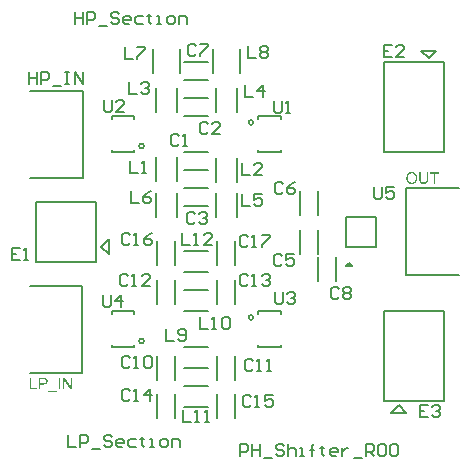
<source format=gto>
G04*
G04 #@! TF.GenerationSoftware,Altium Limited,Altium Designer,24.4.1 (13)*
G04*
G04 Layer_Color=65535*
%FSLAX25Y25*%
%MOIN*%
G70*
G04*
G04 #@! TF.SameCoordinates,8584FE8A-8FE8-497F-BE15-97A27C2B3E29*
G04*
G04*
G04 #@! TF.FilePolarity,Positive*
G04*
G01*
G75*
%ADD10C,0.00500*%
%ADD11C,0.00600*%
G36*
X143354Y97622D02*
Y97616D01*
Y97594D01*
Y97566D01*
Y97527D01*
X143348Y97477D01*
Y97422D01*
X143343Y97355D01*
X143337Y97289D01*
X143321Y97139D01*
X143298Y96983D01*
X143265Y96833D01*
X143243Y96761D01*
X143221Y96695D01*
Y96689D01*
X143215Y96678D01*
X143204Y96662D01*
X143193Y96639D01*
X143159Y96578D01*
X143110Y96500D01*
X143043Y96412D01*
X142965Y96323D01*
X142865Y96228D01*
X142743Y96145D01*
X142738D01*
X142727Y96134D01*
X142710Y96129D01*
X142682Y96112D01*
X142649Y96095D01*
X142604Y96079D01*
X142560Y96062D01*
X142505Y96040D01*
X142444Y96018D01*
X142377Y96001D01*
X142305Y95984D01*
X142222Y95968D01*
X142138Y95957D01*
X142050Y95946D01*
X141850Y95934D01*
X141800D01*
X141761Y95940D01*
X141717D01*
X141661Y95946D01*
X141600Y95951D01*
X141539Y95957D01*
X141400Y95979D01*
X141250Y96012D01*
X141106Y96056D01*
X140967Y96118D01*
X140962D01*
X140951Y96129D01*
X140934Y96140D01*
X140912Y96151D01*
X140851Y96195D01*
X140779Y96256D01*
X140695Y96334D01*
X140618Y96423D01*
X140540Y96534D01*
X140479Y96656D01*
Y96662D01*
X140473Y96673D01*
X140468Y96695D01*
X140457Y96723D01*
X140446Y96756D01*
X140434Y96800D01*
X140418Y96850D01*
X140407Y96911D01*
X140396Y96978D01*
X140379Y97050D01*
X140368Y97128D01*
X140357Y97211D01*
X140346Y97305D01*
X140340Y97405D01*
X140334Y97511D01*
Y97622D01*
Y99842D01*
X140845D01*
Y97622D01*
Y97616D01*
Y97599D01*
Y97572D01*
Y97538D01*
X140851Y97500D01*
Y97449D01*
X140856Y97344D01*
X140867Y97222D01*
X140884Y97100D01*
X140906Y96983D01*
X140917Y96933D01*
X140934Y96883D01*
X140939Y96872D01*
X140951Y96845D01*
X140978Y96806D01*
X141012Y96750D01*
X141051Y96695D01*
X141106Y96634D01*
X141173Y96573D01*
X141250Y96523D01*
X141261Y96517D01*
X141289Y96500D01*
X141339Y96484D01*
X141406Y96462D01*
X141483Y96434D01*
X141583Y96417D01*
X141689Y96401D01*
X141805Y96395D01*
X141861D01*
X141894Y96401D01*
X141944D01*
X141994Y96406D01*
X142116Y96428D01*
X142249Y96456D01*
X142377Y96500D01*
X142499Y96561D01*
X142554Y96600D01*
X142604Y96645D01*
X142610Y96650D01*
X142616Y96656D01*
X142627Y96673D01*
X142643Y96695D01*
X142660Y96728D01*
X142682Y96761D01*
X142704Y96811D01*
X142727Y96861D01*
X142749Y96922D01*
X142765Y96994D01*
X142788Y97078D01*
X142804Y97167D01*
X142821Y97266D01*
X142832Y97372D01*
X142843Y97494D01*
Y97622D01*
Y99842D01*
X143354D01*
Y97622D01*
D02*
G37*
G36*
X146956Y99387D02*
X145690D01*
Y96001D01*
X145180D01*
Y99387D01*
X143914D01*
Y99842D01*
X146956D01*
Y99387D01*
D02*
G37*
G36*
X137926Y99903D02*
X137976D01*
X138026Y99897D01*
X138092Y99886D01*
X138159Y99875D01*
X138303Y99847D01*
X138470Y99803D01*
X138631Y99736D01*
X138714Y99697D01*
X138797Y99653D01*
X138803Y99647D01*
X138814Y99642D01*
X138836Y99625D01*
X138869Y99608D01*
X138903Y99581D01*
X138947Y99547D01*
X139041Y99470D01*
X139141Y99370D01*
X139252Y99248D01*
X139358Y99103D01*
X139447Y98943D01*
Y98937D01*
X139458Y98920D01*
X139469Y98898D01*
X139480Y98865D01*
X139502Y98820D01*
X139519Y98770D01*
X139541Y98709D01*
X139563Y98643D01*
X139580Y98571D01*
X139602Y98493D01*
X139624Y98404D01*
X139641Y98315D01*
X139663Y98121D01*
X139674Y97910D01*
Y97905D01*
Y97882D01*
Y97855D01*
X139669Y97810D01*
Y97760D01*
X139663Y97699D01*
X139652Y97633D01*
X139646Y97561D01*
X139619Y97400D01*
X139574Y97222D01*
X139513Y97044D01*
X139480Y96956D01*
X139435Y96867D01*
Y96861D01*
X139424Y96845D01*
X139413Y96822D01*
X139391Y96789D01*
X139369Y96750D01*
X139341Y96711D01*
X139263Y96606D01*
X139169Y96495D01*
X139058Y96378D01*
X138925Y96267D01*
X138769Y96167D01*
X138764D01*
X138753Y96156D01*
X138725Y96145D01*
X138692Y96129D01*
X138653Y96112D01*
X138609Y96095D01*
X138553Y96073D01*
X138492Y96051D01*
X138425Y96029D01*
X138353Y96007D01*
X138192Y95973D01*
X138020Y95946D01*
X137837Y95934D01*
X137782D01*
X137748Y95940D01*
X137698D01*
X137643Y95951D01*
X137582Y95957D01*
X137510Y95968D01*
X137360Y96001D01*
X137199Y96045D01*
X137032Y96112D01*
X136949Y96151D01*
X136866Y96195D01*
X136860Y96201D01*
X136849Y96206D01*
X136827Y96223D01*
X136794Y96245D01*
X136760Y96267D01*
X136722Y96301D01*
X136627Y96384D01*
X136522Y96484D01*
X136411Y96606D01*
X136311Y96745D01*
X136216Y96906D01*
Y96911D01*
X136205Y96928D01*
X136194Y96950D01*
X136183Y96983D01*
X136167Y97028D01*
X136150Y97078D01*
X136128Y97133D01*
X136111Y97194D01*
X136089Y97266D01*
X136067Y97338D01*
X136033Y97505D01*
X136011Y97677D01*
X136000Y97866D01*
Y97871D01*
Y97877D01*
Y97910D01*
X136005Y97960D01*
Y98027D01*
X136017Y98104D01*
X136028Y98199D01*
X136044Y98304D01*
X136067Y98415D01*
X136089Y98532D01*
X136122Y98654D01*
X136167Y98776D01*
X136216Y98904D01*
X136272Y99026D01*
X136344Y99148D01*
X136422Y99259D01*
X136511Y99364D01*
X136516Y99370D01*
X136533Y99387D01*
X136566Y99414D01*
X136605Y99448D01*
X136655Y99492D01*
X136716Y99536D01*
X136788Y99586D01*
X136871Y99636D01*
X136960Y99686D01*
X137060Y99736D01*
X137171Y99781D01*
X137288Y99825D01*
X137415Y99858D01*
X137548Y99886D01*
X137687Y99903D01*
X137837Y99908D01*
X137887D01*
X137926Y99903D01*
D02*
G37*
G36*
X24586Y27500D02*
X24059D01*
X22050Y30514D01*
Y27500D01*
X21561D01*
Y31341D01*
X22083D01*
X24098Y28321D01*
Y31341D01*
X24586D01*
Y27500D01*
D02*
G37*
G36*
X20668D02*
X20157D01*
Y31341D01*
X20668D01*
Y27500D01*
D02*
G37*
G36*
X15168Y31335D02*
X15262Y31330D01*
X15362Y31324D01*
X15456Y31313D01*
X15539Y31302D01*
X15551D01*
X15589Y31291D01*
X15639Y31280D01*
X15706Y31263D01*
X15778Y31235D01*
X15856Y31202D01*
X15939Y31163D01*
X16011Y31119D01*
X16022Y31113D01*
X16045Y31096D01*
X16078Y31063D01*
X16122Y31024D01*
X16172Y30974D01*
X16222Y30908D01*
X16277Y30836D01*
X16322Y30752D01*
X16328Y30741D01*
X16339Y30713D01*
X16361Y30663D01*
X16383Y30597D01*
X16400Y30519D01*
X16422Y30430D01*
X16433Y30331D01*
X16439Y30225D01*
Y30220D01*
Y30203D01*
Y30181D01*
X16433Y30142D01*
X16427Y30103D01*
X16422Y30053D01*
X16411Y29998D01*
X16400Y29937D01*
X16361Y29809D01*
X16339Y29742D01*
X16305Y29670D01*
X16266Y29598D01*
X16228Y29531D01*
X16178Y29465D01*
X16122Y29398D01*
X16117Y29392D01*
X16105Y29381D01*
X16089Y29365D01*
X16061Y29348D01*
X16028Y29320D01*
X15983Y29293D01*
X15928Y29259D01*
X15867Y29232D01*
X15795Y29198D01*
X15711Y29165D01*
X15623Y29137D01*
X15517Y29115D01*
X15406Y29093D01*
X15284Y29076D01*
X15145Y29065D01*
X15001Y29060D01*
X14019D01*
Y27500D01*
X13508D01*
Y31341D01*
X15084D01*
X15168Y31335D01*
D02*
G37*
G36*
X11011Y27955D02*
X12903D01*
Y27500D01*
X10500D01*
Y31341D01*
X11011D01*
Y27955D01*
D02*
G37*
G36*
X19713Y26434D02*
X16588D01*
Y26773D01*
X19713D01*
Y26434D01*
D02*
G37*
%LPC*%
G36*
X137837Y99470D02*
X137787D01*
X137748Y99464D01*
X137698Y99459D01*
X137648Y99448D01*
X137587Y99436D01*
X137521Y99425D01*
X137376Y99381D01*
X137299Y99348D01*
X137221Y99314D01*
X137138Y99270D01*
X137060Y99220D01*
X136982Y99164D01*
X136910Y99098D01*
X136905Y99092D01*
X136894Y99081D01*
X136877Y99059D01*
X136849Y99026D01*
X136821Y98987D01*
X136788Y98937D01*
X136755Y98876D01*
X136716Y98804D01*
X136683Y98726D01*
X136644Y98632D01*
X136610Y98532D01*
X136583Y98421D01*
X136555Y98299D01*
X136538Y98160D01*
X136527Y98016D01*
X136522Y97860D01*
Y97855D01*
Y97833D01*
Y97794D01*
X136527Y97744D01*
X136533Y97688D01*
X136544Y97622D01*
X136555Y97544D01*
X136566Y97466D01*
X136610Y97289D01*
X136644Y97200D01*
X136677Y97105D01*
X136722Y97017D01*
X136772Y96928D01*
X136827Y96845D01*
X136894Y96767D01*
X136899Y96761D01*
X136910Y96750D01*
X136932Y96728D01*
X136960Y96706D01*
X136999Y96673D01*
X137043Y96639D01*
X137093Y96606D01*
X137149Y96567D01*
X137215Y96528D01*
X137288Y96495D01*
X137365Y96462D01*
X137449Y96428D01*
X137537Y96406D01*
X137626Y96384D01*
X137726Y96373D01*
X137831Y96367D01*
X137859D01*
X137887Y96373D01*
X137926D01*
X137976Y96378D01*
X138031Y96390D01*
X138098Y96401D01*
X138164Y96417D01*
X138242Y96439D01*
X138314Y96467D01*
X138398Y96495D01*
X138475Y96534D01*
X138553Y96584D01*
X138631Y96634D01*
X138708Y96695D01*
X138780Y96767D01*
X138786Y96772D01*
X138797Y96784D01*
X138814Y96811D01*
X138842Y96845D01*
X138869Y96883D01*
X138897Y96933D01*
X138930Y96994D01*
X138969Y97061D01*
X139003Y97139D01*
X139036Y97228D01*
X139064Y97322D01*
X139097Y97422D01*
X139119Y97533D01*
X139136Y97655D01*
X139147Y97783D01*
X139152Y97916D01*
Y97921D01*
Y97938D01*
Y97960D01*
Y97993D01*
X139147Y98032D01*
Y98082D01*
X139141Y98132D01*
X139130Y98193D01*
X139114Y98321D01*
X139086Y98454D01*
X139047Y98598D01*
X138991Y98732D01*
Y98737D01*
X138986Y98748D01*
X138975Y98765D01*
X138964Y98787D01*
X138925Y98854D01*
X138875Y98931D01*
X138808Y99020D01*
X138725Y99109D01*
X138631Y99198D01*
X138525Y99275D01*
X138520D01*
X138514Y99287D01*
X138497Y99292D01*
X138470Y99309D01*
X138442Y99320D01*
X138409Y99336D01*
X138326Y99375D01*
X138225Y99409D01*
X138109Y99442D01*
X137976Y99464D01*
X137837Y99470D01*
D02*
G37*
G36*
X15118Y30885D02*
X14019D01*
Y29515D01*
X15051D01*
X15090Y29520D01*
X15129D01*
X15173Y29526D01*
X15279Y29537D01*
X15395Y29559D01*
X15512Y29592D01*
X15617Y29637D01*
X15667Y29664D01*
X15706Y29698D01*
X15717Y29709D01*
X15739Y29731D01*
X15773Y29776D01*
X15811Y29831D01*
X15850Y29903D01*
X15883Y29992D01*
X15906Y30092D01*
X15917Y30208D01*
Y30214D01*
Y30220D01*
Y30247D01*
X15911Y30297D01*
X15900Y30353D01*
X15889Y30414D01*
X15867Y30486D01*
X15834Y30553D01*
X15795Y30619D01*
X15789Y30625D01*
X15773Y30647D01*
X15745Y30675D01*
X15711Y30713D01*
X15662Y30752D01*
X15606Y30786D01*
X15545Y30819D01*
X15473Y30847D01*
X15467D01*
X15445Y30852D01*
X15412Y30858D01*
X15367Y30869D01*
X15301Y30874D01*
X15217Y30880D01*
X15118Y30885D01*
D02*
G37*
%LPD*%
D10*
X85031Y51437D02*
G03*
X85031Y51437I-787J0D01*
G01*
X48543Y108563D02*
G03*
X48543Y108563I-787J0D01*
G01*
X85031Y116437D02*
G03*
X85031Y116437I-787J0D01*
G01*
X48543Y43563D02*
G03*
X48543Y43563I-787J0D01*
G01*
X116000Y68500D02*
X118000D01*
X117000Y69500D02*
X118000Y68500D01*
X116000D02*
X117000Y69500D01*
X116000Y75000D02*
X126000D01*
X116000Y85000D02*
X126000D01*
X116000Y75000D02*
Y85000D01*
X126000Y75000D02*
Y85000D01*
X34250Y75000D02*
X36750Y72500D01*
Y77500D01*
X34250Y75000D02*
X36750Y77500D01*
X32500Y70000D02*
Y90000D01*
X12500D02*
X32500D01*
X12500Y70000D02*
X32500D01*
X12500D02*
Y90000D01*
X10500Y62000D02*
X28000D01*
X10500Y33000D02*
X28000D01*
Y62000D01*
X73000Y18000D02*
Y26000D01*
X79000Y18000D02*
Y26000D01*
X53000Y18000D02*
Y26000D01*
X59000Y18000D02*
Y26000D01*
X86606Y52618D02*
Y53405D01*
X94087D01*
Y52618D02*
Y53405D01*
Y41594D02*
Y42382D01*
X86606Y41594D02*
X94087D01*
X86606D02*
Y42382D01*
X53000Y69000D02*
Y77000D01*
X59000Y69000D02*
Y77000D01*
X62000Y66500D02*
X70000D01*
X62000Y73500D02*
X70000D01*
X73000Y69000D02*
Y77000D01*
X79000Y69000D02*
Y77000D01*
X45394Y106595D02*
Y107382D01*
X37913Y106595D02*
X45394D01*
X37913D02*
Y107382D01*
Y117618D02*
Y118405D01*
X45394D01*
Y117618D02*
Y118405D01*
X62000Y94500D02*
X70000D01*
X62000Y88500D02*
X70000D01*
X86606Y117618D02*
Y118405D01*
X94087D01*
Y117618D02*
Y118405D01*
Y106595D02*
Y107382D01*
X86606Y106595D02*
X94087D01*
X86606D02*
Y107382D01*
X128500Y106500D02*
X148500D01*
Y136500D01*
X128500Y106500D02*
Y136500D01*
X148500D01*
X141000Y140370D02*
X143500Y137870D01*
X141000Y140370D02*
X146000D01*
X143500Y137870D02*
X146000Y140370D01*
X71500Y133000D02*
Y141000D01*
X80500Y133000D02*
Y141000D01*
X62000Y124500D02*
X70000D01*
X62000Y118500D02*
X70000D01*
X62000Y136500D02*
X70000D01*
X62000Y130500D02*
X70000D01*
X60500Y133000D02*
Y141000D01*
X51500Y133000D02*
Y141000D01*
X10610Y127000D02*
X28110D01*
X10610Y98000D02*
X28110D01*
Y127000D01*
X112500Y63500D02*
Y71500D01*
X106500Y63500D02*
Y71500D01*
X100500Y72500D02*
Y80500D01*
X106500Y72500D02*
Y80500D01*
Y85500D02*
Y93500D01*
X100500Y85500D02*
Y93500D01*
X62000Y21500D02*
X70000D01*
X62000Y28500D02*
X70000D01*
X53000Y30563D02*
Y38563D01*
X59000Y30563D02*
Y38563D01*
X73000Y30563D02*
Y38563D01*
X79000Y30563D02*
Y38563D01*
X62000Y106500D02*
X70000D01*
X62000Y100500D02*
X70000D01*
X72500Y96663D02*
Y104663D01*
X79500Y96663D02*
Y104663D01*
X52500Y96937D02*
Y104937D01*
X59500Y96937D02*
Y104937D01*
X52500Y85000D02*
Y93000D01*
X59500Y85000D02*
Y93000D01*
X72500Y85000D02*
Y93000D01*
X79500Y85000D02*
Y93000D01*
X72500Y119937D02*
Y127937D01*
X79500Y119937D02*
Y127937D01*
X59500Y119937D02*
Y127937D01*
X52500Y119937D02*
Y127937D01*
X131000Y19630D02*
X133500Y22130D01*
X131000Y19630D02*
X136000D01*
X133500Y22130D02*
X136000Y19630D01*
X128500Y23500D02*
X148500D01*
Y53500D01*
X128500Y23500D02*
Y53500D01*
X148500D01*
X45394Y52618D02*
Y53405D01*
X37913D02*
X45394D01*
X37913Y52618D02*
Y53405D01*
Y41594D02*
Y42382D01*
Y41594D02*
X45394D01*
Y42382D01*
X135980Y65500D02*
Y94500D01*
X153480D01*
X135980Y65500D02*
X153480D01*
X62000Y41500D02*
X70000D01*
X62000Y34500D02*
X70000D01*
X79000Y56063D02*
Y64063D01*
X73000Y56063D02*
Y64063D01*
X59000Y56063D02*
Y64063D01*
X53000Y56063D02*
Y64063D01*
X62000Y60500D02*
X70000D01*
X62000Y53500D02*
X70000D01*
D11*
X143266Y22099D02*
X140600D01*
Y18100D01*
X143266D01*
X140600Y20099D02*
X141933D01*
X144599Y21432D02*
X145265Y22099D01*
X146598D01*
X147265Y21432D01*
Y20766D01*
X146598Y20099D01*
X145932D01*
X146598D01*
X147265Y19433D01*
Y18767D01*
X146598Y18100D01*
X145265D01*
X144599Y18767D01*
X131266Y142099D02*
X128600D01*
Y138100D01*
X131266D01*
X128600Y140099D02*
X129933D01*
X135265Y138100D02*
X132599D01*
X135265Y140766D01*
Y141432D01*
X134598Y142099D01*
X133265D01*
X132599Y141432D01*
X7266Y74599D02*
X4600D01*
Y70600D01*
X7266D01*
X4600Y72599D02*
X5933D01*
X8599Y70600D02*
X9932D01*
X9265D01*
Y74599D01*
X8599Y73932D01*
X25652Y153338D02*
Y149339D01*
Y151339D01*
X28318D01*
Y153338D01*
Y149339D01*
X29651D02*
Y153338D01*
X31650D01*
X32317Y152671D01*
Y151339D01*
X31650Y150672D01*
X29651D01*
X33650Y148673D02*
X36316D01*
X40314Y152671D02*
X39648Y153338D01*
X38315D01*
X37648Y152671D01*
Y152005D01*
X38315Y151339D01*
X39648D01*
X40314Y150672D01*
Y150006D01*
X39648Y149339D01*
X38315D01*
X37648Y150006D01*
X43646Y149339D02*
X42314D01*
X41647Y150006D01*
Y151339D01*
X42314Y152005D01*
X43646D01*
X44313Y151339D01*
Y150672D01*
X41647D01*
X48312Y152005D02*
X46312D01*
X45646Y151339D01*
Y150006D01*
X46312Y149339D01*
X48312D01*
X50311Y152671D02*
Y152005D01*
X49645D01*
X50977D01*
X50311D01*
Y150006D01*
X50977Y149339D01*
X52977D02*
X54310D01*
X53643D01*
Y152005D01*
X52977D01*
X56976Y149339D02*
X58308D01*
X58975Y150006D01*
Y151339D01*
X58308Y152005D01*
X56976D01*
X56309Y151339D01*
Y150006D01*
X56976Y149339D01*
X60308D02*
Y152005D01*
X62307D01*
X62974Y151339D01*
Y149339D01*
X10100Y133265D02*
Y129267D01*
Y131266D01*
X12766D01*
Y133265D01*
Y129267D01*
X14099D02*
Y133265D01*
X16098D01*
X16765Y132599D01*
Y131266D01*
X16098Y130599D01*
X14099D01*
X18097Y128600D02*
X20763D01*
X22096Y133265D02*
X23429D01*
X22763D01*
Y129267D01*
X22096D01*
X23429D01*
X25428D02*
Y133265D01*
X28094Y129267D01*
Y133265D01*
X80710Y5266D02*
Y9265D01*
X82710D01*
X83376Y8599D01*
Y7266D01*
X82710Y6599D01*
X80710D01*
X84709Y9265D02*
Y5266D01*
Y7266D01*
X87375D01*
Y9265D01*
Y5266D01*
X88708Y4600D02*
X91373D01*
X95372Y8599D02*
X94706Y9265D01*
X93373D01*
X92706Y8599D01*
Y7932D01*
X93373Y7266D01*
X94706D01*
X95372Y6599D01*
Y5933D01*
X94706Y5266D01*
X93373D01*
X92706Y5933D01*
X96705Y9265D02*
Y5266D01*
Y7266D01*
X97372Y7932D01*
X98704D01*
X99371Y7266D01*
Y5266D01*
X100704D02*
X102037D01*
X101370D01*
Y7932D01*
X100704D01*
X104702Y5266D02*
Y8599D01*
Y7266D01*
X104036D01*
X105369D01*
X104702D01*
Y8599D01*
X105369Y9265D01*
X108035Y8599D02*
Y7932D01*
X107368D01*
X108701D01*
X108035D01*
Y5933D01*
X108701Y5266D01*
X112700D02*
X111367D01*
X110701Y5933D01*
Y7266D01*
X111367Y7932D01*
X112700D01*
X113366Y7266D01*
Y6599D01*
X110701D01*
X114699Y7932D02*
Y5266D01*
Y6599D01*
X115366Y7266D01*
X116032Y7932D01*
X116699D01*
X118698Y4600D02*
X121364D01*
X122697Y5266D02*
Y9265D01*
X124696D01*
X125363Y8599D01*
Y7266D01*
X124696Y6599D01*
X122697D01*
X124030D02*
X125363Y5266D01*
X126695Y8599D02*
X127362Y9265D01*
X128695D01*
X129361Y8599D01*
Y5933D01*
X128695Y5266D01*
X127362D01*
X126695Y5933D01*
Y8599D01*
X130694D02*
X131361Y9265D01*
X132694D01*
X133360Y8599D01*
Y5933D01*
X132694Y5266D01*
X131361D01*
X130694Y5933D01*
Y8599D01*
X23100Y12265D02*
Y8266D01*
X25766D01*
X27099D02*
Y12265D01*
X29098D01*
X29765Y11599D01*
Y10266D01*
X29098Y9599D01*
X27099D01*
X31097Y7600D02*
X33763D01*
X37762Y11599D02*
X37095Y12265D01*
X35763D01*
X35096Y11599D01*
Y10932D01*
X35763Y10266D01*
X37095D01*
X37762Y9599D01*
Y8933D01*
X37095Y8266D01*
X35763D01*
X35096Y8933D01*
X41094Y8266D02*
X39761D01*
X39095Y8933D01*
Y10266D01*
X39761Y10932D01*
X41094D01*
X41761Y10266D01*
Y9599D01*
X39095D01*
X45759Y10932D02*
X43760D01*
X43093Y10266D01*
Y8933D01*
X43760Y8266D01*
X45759D01*
X47759Y11599D02*
Y10932D01*
X47092D01*
X48425D01*
X47759D01*
Y8933D01*
X48425Y8266D01*
X50424D02*
X51757D01*
X51091D01*
Y10932D01*
X50424D01*
X54423Y8266D02*
X55756D01*
X56423Y8933D01*
Y10266D01*
X55756Y10932D01*
X54423D01*
X53757Y10266D01*
Y8933D01*
X54423Y8266D01*
X57756D02*
Y10932D01*
X59755D01*
X60421Y10266D01*
Y8266D01*
X125168Y94999D02*
Y91667D01*
X125834Y91001D01*
X127167D01*
X127833Y91667D01*
Y94999D01*
X131832D02*
X129166D01*
Y93000D01*
X130499Y93666D01*
X131166D01*
X131832Y93000D01*
Y91667D01*
X131166Y91001D01*
X129833D01*
X129166Y91667D01*
X61112Y79499D02*
Y75501D01*
X63778D01*
X65111D02*
X66444D01*
X65777D01*
Y79499D01*
X65111Y78833D01*
X71109Y75501D02*
X68443D01*
X71109Y78166D01*
Y78833D01*
X70442Y79499D01*
X69109D01*
X68443Y78833D01*
X61668Y20499D02*
Y16501D01*
X64334D01*
X65667D02*
X67000D01*
X66333D01*
Y20499D01*
X65667Y19833D01*
X68999Y16501D02*
X70332D01*
X69665D01*
Y20499D01*
X68999Y19833D01*
X83278Y78333D02*
X82611Y78999D01*
X81278D01*
X80612Y78333D01*
Y75667D01*
X81278Y75001D01*
X82611D01*
X83278Y75667D01*
X84611Y75001D02*
X85944D01*
X85277D01*
Y78999D01*
X84611Y78333D01*
X87943Y78999D02*
X90609D01*
Y78333D01*
X87943Y75667D01*
Y75001D01*
X43778Y78833D02*
X43111Y79499D01*
X41778D01*
X41112Y78833D01*
Y76167D01*
X41778Y75501D01*
X43111D01*
X43778Y76167D01*
X45111Y75501D02*
X46444D01*
X45777D01*
Y79499D01*
X45111Y78833D01*
X51109Y79499D02*
X49776Y78833D01*
X48443Y77500D01*
Y76167D01*
X49109Y75501D01*
X50442D01*
X51109Y76167D01*
Y76833D01*
X50442Y77500D01*
X48443D01*
X84278Y24833D02*
X83611Y25499D01*
X82278D01*
X81612Y24833D01*
Y22167D01*
X82278Y21501D01*
X83611D01*
X84278Y22167D01*
X85611Y21501D02*
X86944D01*
X86277D01*
Y25499D01*
X85611Y24833D01*
X91609Y25499D02*
X88943D01*
Y23500D01*
X90276Y24166D01*
X90942D01*
X91609Y23500D01*
Y22167D01*
X90942Y21501D01*
X89609D01*
X88943Y22167D01*
X43778Y26833D02*
X43111Y27499D01*
X41778D01*
X41112Y26833D01*
Y24167D01*
X41778Y23501D01*
X43111D01*
X43778Y24167D01*
X45111Y23501D02*
X46444D01*
X45777D01*
Y27499D01*
X45111Y26833D01*
X50442Y23501D02*
Y27499D01*
X48443Y25500D01*
X51109D01*
X113444Y60833D02*
X112777Y61499D01*
X111444D01*
X110778Y60833D01*
Y58167D01*
X111444Y57501D01*
X112777D01*
X113444Y58167D01*
X114777Y60833D02*
X115443Y61499D01*
X116776D01*
X117443Y60833D01*
Y60166D01*
X116776Y59500D01*
X117443Y58833D01*
Y58167D01*
X116776Y57501D01*
X115443D01*
X114777Y58167D01*
Y58833D01*
X115443Y59500D01*
X114777Y60166D01*
Y60833D01*
X115443Y59500D02*
X116776D01*
X94944Y95833D02*
X94277Y96499D01*
X92944D01*
X92278Y95833D01*
Y93167D01*
X92944Y92501D01*
X94277D01*
X94944Y93167D01*
X98943Y96499D02*
X97610Y95833D01*
X96277Y94500D01*
Y93167D01*
X96943Y92501D01*
X98276D01*
X98943Y93167D01*
Y93834D01*
X98276Y94500D01*
X96277D01*
X94444Y71833D02*
X93777Y72499D01*
X92444D01*
X91778Y71833D01*
Y69167D01*
X92444Y68501D01*
X93777D01*
X94444Y69167D01*
X98443Y72499D02*
X95777D01*
Y70500D01*
X97110Y71166D01*
X97776D01*
X98443Y70500D01*
Y69167D01*
X97776Y68501D01*
X96443D01*
X95777Y69167D01*
X92278Y59999D02*
Y56667D01*
X92944Y56001D01*
X94277D01*
X94944Y56667D01*
Y59999D01*
X96277Y59333D02*
X96943Y59999D01*
X98276D01*
X98943Y59333D01*
Y58666D01*
X98276Y58000D01*
X97610D01*
X98276D01*
X98943Y57333D01*
Y56667D01*
X98276Y56001D01*
X96943D01*
X96277Y56667D01*
X34778Y58999D02*
Y55667D01*
X35444Y55001D01*
X36777D01*
X37444Y55667D01*
Y58999D01*
X40776Y55001D02*
Y58999D01*
X38777Y57000D01*
X41442D01*
X91944Y123499D02*
Y120167D01*
X92611Y119501D01*
X93944D01*
X94610Y120167D01*
Y123499D01*
X95943Y119501D02*
X97276D01*
X96610D01*
Y123499D01*
X95943Y122833D01*
X35278Y123999D02*
Y120667D01*
X35944Y120001D01*
X37277D01*
X37944Y120667D01*
Y123999D01*
X41943Y120001D02*
X39277D01*
X41943Y122666D01*
Y123333D01*
X41276Y123999D01*
X39943D01*
X39277Y123333D01*
X67112Y51499D02*
Y47501D01*
X69778D01*
X71111D02*
X72443D01*
X71777D01*
Y51499D01*
X71111Y50833D01*
X74443D02*
X75109Y51499D01*
X76442D01*
X77109Y50833D01*
Y48167D01*
X76442Y47501D01*
X75109D01*
X74443Y48167D01*
Y50833D01*
X55778Y47499D02*
Y43501D01*
X58444D01*
X59777Y44167D02*
X60443Y43501D01*
X61776D01*
X62442Y44167D01*
Y46833D01*
X61776Y47499D01*
X60443D01*
X59777Y46833D01*
Y46166D01*
X60443Y45500D01*
X62442D01*
X83168Y141999D02*
Y138001D01*
X85834D01*
X87167Y141333D02*
X87833Y141999D01*
X89166D01*
X89832Y141333D01*
Y140666D01*
X89166Y140000D01*
X89832Y139333D01*
Y138667D01*
X89166Y138001D01*
X87833D01*
X87167Y138667D01*
Y139333D01*
X87833Y140000D01*
X87167Y140666D01*
Y141333D01*
X87833Y140000D02*
X89166D01*
X42168Y141499D02*
Y137501D01*
X44834D01*
X46167Y141499D02*
X48832D01*
Y140833D01*
X46167Y138167D01*
Y137501D01*
X44278Y93499D02*
Y89501D01*
X46944D01*
X50942Y93499D02*
X49610Y92833D01*
X48277Y91500D01*
Y90167D01*
X48943Y89501D01*
X50276D01*
X50942Y90167D01*
Y90833D01*
X50276Y91500D01*
X48277D01*
X81278Y92499D02*
Y88501D01*
X83944D01*
X87942Y92499D02*
X85277D01*
Y90500D01*
X86610Y91166D01*
X87276D01*
X87942Y90500D01*
Y89167D01*
X87276Y88501D01*
X85943D01*
X85277Y89167D01*
X82278Y128999D02*
Y125001D01*
X84944D01*
X88276D02*
Y128999D01*
X86277Y127000D01*
X88942D01*
X43668Y129999D02*
Y126001D01*
X46334D01*
X47666Y129333D02*
X48333Y129999D01*
X49666D01*
X50332Y129333D01*
Y128666D01*
X49666Y128000D01*
X48999D01*
X49666D01*
X50332Y127333D01*
Y126667D01*
X49666Y126001D01*
X48333D01*
X47666Y126667D01*
X81278Y102999D02*
Y99001D01*
X83944D01*
X87942D02*
X85277D01*
X87942Y101666D01*
Y102333D01*
X87276Y102999D01*
X85943D01*
X85277Y102333D01*
X43944Y103499D02*
Y99501D01*
X46610D01*
X47943D02*
X49276D01*
X48610D01*
Y103499D01*
X47943Y102833D01*
X83278Y65333D02*
X82611Y65999D01*
X81278D01*
X80612Y65333D01*
Y62667D01*
X81278Y62001D01*
X82611D01*
X83278Y62667D01*
X84611Y62001D02*
X85944D01*
X85277D01*
Y65999D01*
X84611Y65333D01*
X87943D02*
X88609Y65999D01*
X89942D01*
X90609Y65333D01*
Y64666D01*
X89942Y64000D01*
X89276D01*
X89942D01*
X90609Y63333D01*
Y62667D01*
X89942Y62001D01*
X88609D01*
X87943Y62667D01*
X43278Y65333D02*
X42611Y65999D01*
X41278D01*
X40612Y65333D01*
Y62667D01*
X41278Y62001D01*
X42611D01*
X43278Y62667D01*
X44611Y62001D02*
X45943D01*
X45277D01*
Y65999D01*
X44611Y65333D01*
X50609Y62001D02*
X47943D01*
X50609Y64666D01*
Y65333D01*
X49942Y65999D01*
X48609D01*
X47943Y65333D01*
X84944Y36833D02*
X84278Y37499D01*
X82945D01*
X82278Y36833D01*
Y34167D01*
X82945Y33501D01*
X84278D01*
X84944Y34167D01*
X86277Y33501D02*
X87610D01*
X86944D01*
Y37499D01*
X86277Y36833D01*
X89609Y33501D02*
X90942D01*
X90276D01*
Y37499D01*
X89609Y36833D01*
X43778Y37833D02*
X43111Y38499D01*
X41778D01*
X41112Y37833D01*
Y35167D01*
X41778Y34501D01*
X43111D01*
X43778Y35167D01*
X45111Y34501D02*
X46444D01*
X45777D01*
Y38499D01*
X45111Y37833D01*
X48443D02*
X49109Y38499D01*
X50442D01*
X51109Y37833D01*
Y35167D01*
X50442Y34501D01*
X49109D01*
X48443Y35167D01*
Y37833D01*
X65944Y141833D02*
X65277Y142499D01*
X63944D01*
X63278Y141833D01*
Y139167D01*
X63944Y138501D01*
X65277D01*
X65944Y139167D01*
X67277Y142499D02*
X69942D01*
Y141833D01*
X67277Y139167D01*
Y138501D01*
X65444Y85833D02*
X64777Y86499D01*
X63444D01*
X62778Y85833D01*
Y83167D01*
X63444Y82501D01*
X64777D01*
X65444Y83167D01*
X66777Y85833D02*
X67443Y86499D01*
X68776D01*
X69442Y85833D01*
Y85166D01*
X68776Y84500D01*
X68110D01*
X68776D01*
X69442Y83833D01*
Y83167D01*
X68776Y82501D01*
X67443D01*
X66777Y83167D01*
X69944Y115833D02*
X69277Y116499D01*
X67944D01*
X67278Y115833D01*
Y113167D01*
X67944Y112501D01*
X69277D01*
X69944Y113167D01*
X73943Y112501D02*
X71277D01*
X73943Y115166D01*
Y115833D01*
X73276Y116499D01*
X71943D01*
X71277Y115833D01*
X60110Y111833D02*
X59444Y112499D01*
X58111D01*
X57444Y111833D01*
Y109167D01*
X58111Y108501D01*
X59444D01*
X60110Y109167D01*
X61443Y108501D02*
X62776D01*
X62110D01*
Y112499D01*
X61443Y111833D01*
M02*

</source>
